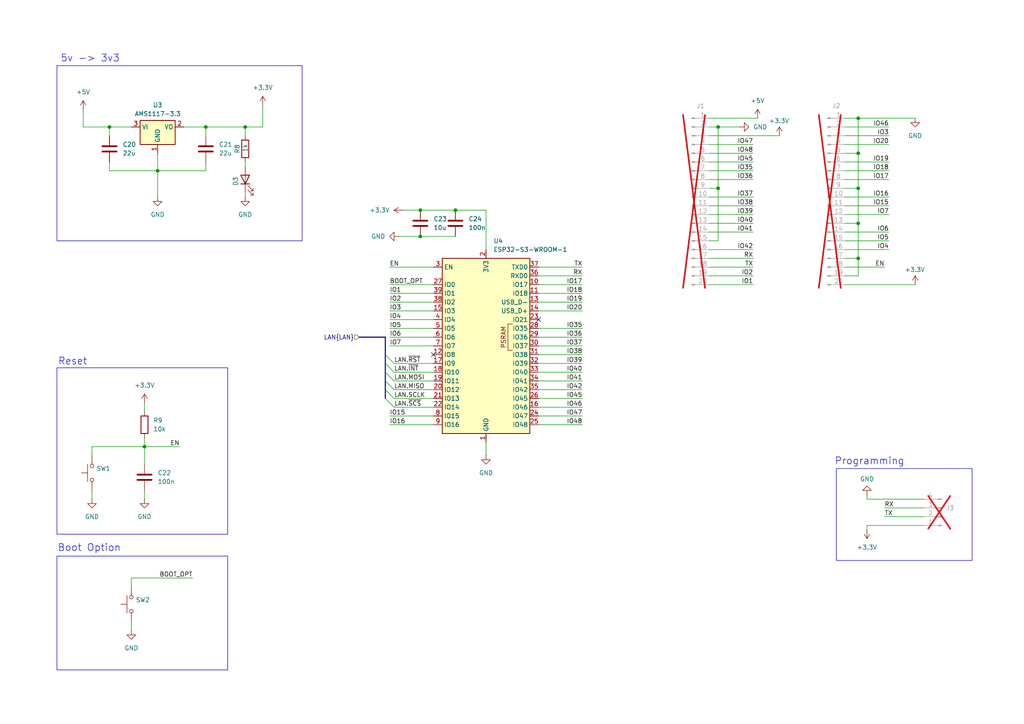
<source format=kicad_sch>
(kicad_sch (version 20250114) (generator "eeschema") (generator_version "9.0")
  (paper "A4")
  (lib_symbols
    (symbol "Connector:Conn_01x04_Pin" (pin_names (offset 1.016) (hide yes))
      (property "Reference" "J" (at 0 5.08 0))
      (property "Value" "Conn_01x04_Pin" (at 0 -7.62 0))
      (symbol "Conn_01x04_Pin_1_1"
        (rectangle (start 0.8636 2.667) (end 0 2.413) (stroke (width 0.1524)) (fill (type outline)))
        (rectangle (start 0.8636 0.127) (end 0 -0.127) (stroke (width 0.1524)) (fill (type outline)))
        (rectangle (start 0.8636 -2.413) (end 0 -2.667) (stroke (width 0.1524)) (fill (type outline)))
        (rectangle (start 0.8636 -4.953) (end 0 -5.207) (stroke (width 0.1524)) (fill (type outline)))
        (polyline (pts (xy 1.27 2.54) (xy 0.8636 2.54)) (stroke (width 0.1524)))
        (polyline (pts (xy 1.27 0) (xy 0.8636 0)) (stroke (width 0.1524)))
        (polyline (pts (xy 1.27 -2.54) (xy 0.8636 -2.54)) (stroke (width 0.1524)))
        (polyline (pts (xy 1.27 -5.08) (xy 0.8636 -5.08)) (stroke (width 0.1524)))
        (pin passive line (at 5.08 2.54 180) (length 3.81) (name "Pin_1") (number "1"))
        (pin passive line (at 5.08 0 180) (length 3.81) (name "Pin_2") (number "2"))
        (pin passive line (at 5.08 -2.54 180) (length 3.81) (name "Pin_3") (number "3"))
        (pin passive line (at 5.08 -5.08 180) (length 3.81) (name "Pin_4") (number "4"))
      )
    )
    (symbol "Connector:Conn_01x20_Pin" (pin_names (offset 1.016) (hide yes))
      (property "Reference" "J" (at 0 25.4 0))
      (property "Value" "Conn_01x20_Pin" (at 0 -27.94 0))
      (symbol "Conn_01x20_Pin_1_1"
        (rectangle (start 0.8636 22.987) (end 0 22.733) (stroke (width 0.1524)) (fill (type outline)))
        (rectangle (start 0.8636 20.447) (end 0 20.193) (stroke (width 0.1524)) (fill (type outline)))
        (rectangle (start 0.8636 17.907) (end 0 17.653) (stroke (width 0.1524)) (fill (type outline)))
        (rectangle (start 0.8636 15.367) (end 0 15.113) (stroke (width 0.1524)) (fill (type outline)))
        (rectangle (start 0.8636 12.827) (end 0 12.573) (stroke (width 0.1524)) (fill (type outline)))
        (rectangle (start 0.8636 10.287) (end 0 10.033) (stroke (width 0.1524)) (fill (type outline)))
        (rectangle (start 0.8636 7.747) (end 0 7.493) (stroke (width 0.1524)) (fill (type outline)))
        (rectangle (start 0.8636 5.207) (end 0 4.953) (stroke (width 0.1524)) (fill (type outline)))
        (rectangle (start 0.8636 2.667) (end 0 2.413) (stroke (width 0.1524)) (fill (type outline)))
        (rectangle (start 0.8636 0.127) (end 0 -0.127) (stroke (width 0.1524)) (fill (type outline)))
        (rectangle (start 0.8636 -2.413) (end 0 -2.667) (stroke (width 0.1524)) (fill (type outline)))
        (rectangle (start 0.8636 -4.953) (end 0 -5.207) (stroke (width 0.1524)) (fill (type outline)))
        (rectangle (start 0.8636 -7.493) (end 0 -7.747) (stroke (width 0.1524)) (fill (type outline)))
        (rectangle (start 0.8636 -10.033) (end 0 -10.287) (stroke (width 0.1524)) (fill (type outline)))
        (rectangle (start 0.8636 -12.573) (end 0 -12.827) (stroke (width 0.1524)) (fill (type outline)))
        (rectangle (start 0.8636 -15.113) (end 0 -15.367) (stroke (width 0.1524)) (fill (type outline)))
        (rectangle (start 0.8636 -17.653) (end 0 -17.907) (stroke (width 0.1524)) (fill (type outline)))
        (rectangle (start 0.8636 -20.193) (end 0 -20.447) (stroke (width 0.1524)) (fill (type outline)))
        (rectangle (start 0.8636 -22.733) (end 0 -22.987) (stroke (width 0.1524)) (fill (type outline)))
        (rectangle (start 0.8636 -25.273) (end 0 -25.527) (stroke (width 0.1524)) (fill (type outline)))
        (polyline (pts (xy 1.27 22.86) (xy 0.8636 22.86)) (stroke (width 0.1524)))
        (polyline (pts (xy 1.27 20.32) (xy 0.8636 20.32)) (stroke (width 0.1524)))
        (polyline (pts (xy 1.27 17.78) (xy 0.8636 17.78)) (stroke (width 0.1524)))
        (polyline (pts (xy 1.27 15.24) (xy 0.8636 15.24)) (stroke (width 0.1524)))
        (polyline (pts (xy 1.27 12.7) (xy 0.8636 12.7)) (stroke (width 0.1524)))
        (polyline (pts (xy 1.27 10.16) (xy 0.8636 10.16)) (stroke (width 0.1524)))
        (polyline (pts (xy 1.27 7.62) (xy 0.8636 7.62)) (stroke (width 0.1524)))
        (polyline (pts (xy 1.27 5.08) (xy 0.8636 5.08)) (stroke (width 0.1524)))
        (polyline (pts (xy 1.27 2.54) (xy 0.8636 2.54)) (stroke (width 0.1524)))
        (polyline (pts (xy 1.27 0) (xy 0.8636 0)) (stroke (width 0.1524)))
        (polyline (pts (xy 1.27 -2.54) (xy 0.8636 -2.54)) (stroke (width 0.1524)))
        (polyline (pts (xy 1.27 -5.08) (xy 0.8636 -5.08)) (stroke (width 0.1524)))
        (polyline (pts (xy 1.27 -7.62) (xy 0.8636 -7.62)) (stroke (width 0.1524)))
        (polyline (pts (xy 1.27 -10.16) (xy 0.8636 -10.16)) (stroke (width 0.1524)))
        (polyline (pts (xy 1.27 -12.7) (xy 0.8636 -12.7)) (stroke (width 0.1524)))
        (polyline (pts (xy 1.27 -15.24) (xy 0.8636 -15.24)) (stroke (width 0.1524)))
        (polyline (pts (xy 1.27 -17.78) (xy 0.8636 -17.78)) (stroke (width 0.1524)))
        (polyline (pts (xy 1.27 -20.32) (xy 0.8636 -20.32)) (stroke (width 0.1524)))
        (polyline (pts (xy 1.27 -22.86) (xy 0.8636 -22.86)) (stroke (width 0.1524)))
        (polyline (pts (xy 1.27 -25.4) (xy 0.8636 -25.4)) (stroke (width 0.1524)))
        (pin passive line (at 5.08 22.86 180) (length 3.81) (name "Pin_1") (number "1"))
        (pin passive line (at 5.08 20.32 180) (length 3.81) (name "Pin_2") (number "2"))
        (pin passive line (at 5.08 17.78 180) (length 3.81) (name "Pin_3") (number "3"))
        (pin passive line (at 5.08 15.24 180) (length 3.81) (name "Pin_4") (number "4"))
        (pin passive line (at 5.08 12.7 180) (length 3.81) (name "Pin_5") (number "5"))
        (pin passive line (at 5.08 10.16 180) (length 3.81) (name "Pin_6") (number "6"))
        (pin passive line (at 5.08 7.62 180) (length 3.81) (name "Pin_7") (number "7"))
        (pin passive line (at 5.08 5.08 180) (length 3.81) (name "Pin_8") (number "8"))
        (pin passive line (at 5.08 2.54 180) (length 3.81) (name "Pin_9") (number "9"))
        (pin passive line (at 5.08 0 180) (length 3.81) (name "Pin_10") (number "10"))
        (pin passive line (at 5.08 -2.54 180) (length 3.81) (name "Pin_11") (number "11"))
        (pin passive line (at 5.08 -5.08 180) (length 3.81) (name "Pin_12") (number "12"))
        (pin passive line (at 5.08 -7.62 180) (length 3.81) (name "Pin_13") (number "13"))
        (pin passive line (at 5.08 -10.16 180) (length 3.81) (name "Pin_14") (number "14"))
        (pin passive line (at 5.08 -12.7 180) (length 3.81) (name "Pin_15") (number "15"))
        (pin passive line (at 5.08 -15.24 180) (length 3.81) (name "Pin_16") (number "16"))
        (pin passive line (at 5.08 -17.78 180) (length 3.81) (name "Pin_17") (number "17"))
        (pin passive line (at 5.08 -20.32 180) (length 3.81) (name "Pin_18") (number "18"))
        (pin passive line (at 5.08 -22.86 180) (length 3.81) (name "Pin_19") (number "19"))
        (pin passive line (at 5.08 -25.4 180) (length 3.81) (name "Pin_20") (number "20"))
      )
    )
    (symbol "Device:C" (pin_numbers (hide yes)) (pin_names (offset 0.254))
      (property "Reference" "C" (at 0.635 2.54 0))
      (property "Value" "C" (at 0.635 -2.54 0))
      (symbol "C_0_1"
        (polyline (pts (xy -2.032 0.762) (xy 2.032 0.762)) (stroke (width 0.508)))
        (polyline (pts (xy -2.032 -0.762) (xy 2.032 -0.762)) (stroke (width 0.508)))
      )
      (symbol "C_1_1"
        (pin passive line (at 0 3.81 270) (length 2.794) (name "~") (number "1"))
        (pin passive line (at 0 -3.81 90) (length 2.794) (name "~") (number "2"))
      )
    )
    (symbol "Device:R" (pin_numbers (hide yes)) (pin_names (offset 0))
      (property "Reference" "R" (at 2.032 0 90))
      (property "Value" "R" (at 0 0 90))
      (symbol "R_0_1"
        (rectangle (start -1.016 -2.54) (end 1.016 2.54) (stroke (width 0.254)))
      )
      (symbol "R_1_1"
        (pin passive line (at 0 3.81 270) (length 1.27) (name "~") (number "1"))
        (pin passive line (at 0 -3.81 90) (length 1.27) (name "~") (number "2"))
      )
    )
    (symbol "GND_2" (power) (pin_numbers (hide yes)) (pin_names (offset 0) (hide yes))
      (property "Value" "GND" (at 0 -3.81 0))
      (symbol "GND_2_0_1"
        (polyline (pts (xy 0 0) (xy 0 -1.27) (xy 1.27 -1.27) (xy 0 -2.54) (xy -1.27 -1.27) (xy 0 -1.27)))
      )
      (symbol "GND_2_1_1"
        (pin power_in line (at 0 0 270) (length 0) (name "~") (number "1"))
      )
    )
    (symbol "HomeLabIO:LED" (pin_numbers (hide yes)) (pin_names (hide yes))
      (property "Reference" "D" (at 0 2.54 0))
      (property "Value" "LED" (at 0 -2.54 0))
      (symbol "LED_0_1"
        (polyline (pts (xy -3.048 -0.762) (xy -4.572 -2.286) (xy -3.81 -2.286) (xy -4.572 -2.286) (xy -4.572 -1.524)))
        (polyline (pts (xy -1.778 -0.762) (xy -3.302 -2.286) (xy -2.54 -2.286) (xy -3.302 -2.286) (xy -3.302 -1.524)))
        (polyline (pts (xy -1.27 0) (xy 1.27 0)))
        (polyline (pts (xy -1.27 -1.27) (xy -1.27 1.27)) (stroke (width 0.254)))
        (polyline (pts (xy 1.27 -1.27) (xy 1.27 1.27) (xy -1.27 0) (xy 1.27 -1.27)) (stroke (width 0.254)))
      )
      (symbol "LED_1_1"
        (pin passive line (at -3.81 0 0) (length 2.54) (name "K") (number "1"))
        (pin passive line (at 3.81 0 180) (length 2.54) (name "A") (number "2"))
      )
    )
    (symbol "HomeLabIO:R" (pin_numbers (hide yes)) (pin_names (offset 0))
      (property "Reference" "R" (at 2.032 0 90))
      (property "Value" "R" (at 0 0 90))
      (symbol "R_0_1"
        (rectangle (start -1.016 -2.54) (end 1.016 2.54) (stroke (width 0.254)))
      )
      (symbol "R_1_1"
        (pin passive line (at 0 3.81 270) (length 1.27) (name "~") (number "1"))
        (pin passive line (at 0 -3.81 90) (length 1.27) (name "~") (number "2"))
      )
    )
    (symbol "RF_Module:ESP32-S3-WROOM-1"
      (property "Reference" "U" (at -12.7 26.67 0))
      (property "Value" "ESP32-S3-WROOM-1" (at 12.7 26.67 0))
      (symbol "ESP32-S3-WROOM-1_0_0"
        (rectangle (start -12.7 25.4) (end 12.7 -25.4) (stroke (width 0.254)) (fill (type background)))
        (text "PSRAM" (at 5.08 2.54 900) (effects (font (size 1.27 1.27))))
      )
      (symbol "ESP32-S3-WROOM-1_0_1"
        (polyline (pts (xy 7.62 -1.27) (xy 6.35 -1.27) (xy 6.35 6.35) (xy 7.62 6.35)))
      )
      (symbol "ESP32-S3-WROOM-1_1_1"
        (pin input line (at -15.24 22.86 0) (length 2.54) (name "EN") (number "3"))
        (pin bidirectional line (at -15.24 17.78 0) (length 2.54) (name "IO0") (number "27"))
        (pin bidirectional line (at -15.24 15.24 0) (length 2.54) (name "IO1") (number "39"))
        (pin bidirectional line (at -15.24 12.7 0) (length 2.54) (name "IO2") (number "38"))
        (pin bidirectional line (at -15.24 10.16 0) (length 2.54) (name "IO3") (number "15"))
        (pin bidirectional line (at -15.24 7.62 0) (length 2.54) (name "IO4") (number "4"))
        (pin bidirectional line (at -15.24 5.08 0) (length 2.54) (name "IO5") (number "5"))
        (pin bidirectional line (at -15.24 2.54 0) (length 2.54) (name "IO6") (number "6"))
        (pin bidirectional line (at -15.24 0 0) (length 2.54) (name "IO7") (number "7"))
        (pin bidirectional line (at -15.24 -2.54 0) (length 2.54) (name "IO8") (number "12"))
        (pin bidirectional line (at -15.24 -5.08 0) (length 2.54) (name "IO9") (number "17"))
        (pin bidirectional line (at -15.24 -7.62 0) (length 2.54) (name "IO10") (number "18"))
        (pin bidirectional line (at -15.24 -10.16 0) (length 2.54) (name "IO11") (number "19"))
        (pin bidirectional line (at -15.24 -12.7 0) (length 2.54) (name "IO12") (number "20"))
        (pin bidirectional line (at -15.24 -15.24 0) (length 2.54) (name "IO13") (number "21"))
        (pin bidirectional line (at -15.24 -17.78 0) (length 2.54) (name "IO14") (number "22"))
        (pin bidirectional line (at -15.24 -20.32 0) (length 2.54) (name "IO15") (number "8"))
        (pin bidirectional line (at -15.24 -22.86 0) (length 2.54) (name "IO16") (number "9"))
        (pin power_in line (at 0 27.94 270) (length 2.54) (name "3V3") (number "2"))
        (pin power_in line (at 0 -27.94 90) (length 2.54) (name "GND") (number "1"))
        (pin passive line (at 0 -27.94 90) (length 2.54) (hide yes) (name "GND") (number "40"))
        (pin passive line (at 0 -27.94 90) (length 2.54) (hide yes) (name "GND") (number "41"))
        (pin bidirectional line (at 15.24 22.86 180) (length 2.54) (name "TXD0") (number "37"))
        (pin bidirectional line (at 15.24 20.32 180) (length 2.54) (name "RXD0") (number "36"))
        (pin bidirectional line (at 15.24 17.78 180) (length 2.54) (name "IO17") (number "10"))
        (pin bidirectional line (at 15.24 15.24 180) (length 2.54) (name "IO18") (number "11"))
        (pin bidirectional line (at 15.24 12.7 180) (length 2.54) (name "USB_D-") (number "13"))
        (pin bidirectional line (at 15.24 10.16 180) (length 2.54) (name "USB_D+") (number "14"))
        (pin bidirectional line (at 15.24 7.62 180) (length 2.54) (name "IO21") (number "23"))
        (pin bidirectional line (at 15.24 5.08 180) (length 2.54) (name "IO35") (number "28"))
        (pin bidirectional line (at 15.24 2.54 180) (length 2.54) (name "IO36") (number "29"))
        (pin bidirectional line (at 15.24 0 180) (length 2.54) (name "IO37") (number "30"))
        (pin bidirectional line (at 15.24 -2.54 180) (length 2.54) (name "IO38") (number "31"))
        (pin bidirectional line (at 15.24 -5.08 180) (length 2.54) (name "IO39") (number "32"))
        (pin bidirectional line (at 15.24 -7.62 180) (length 2.54) (name "IO40") (number "33"))
        (pin bidirectional line (at 15.24 -10.16 180) (length 2.54) (name "IO41") (number "34"))
        (pin bidirectional line (at 15.24 -12.7 180) (length 2.54) (name "IO42") (number "35"))
        (pin bidirectional line (at 15.24 -15.24 180) (length 2.54) (name "IO45") (number "26"))
        (pin bidirectional line (at 15.24 -17.78 180) (length 2.54) (name "IO46") (number "16"))
        (pin bidirectional line (at 15.24 -20.32 180) (length 2.54) (name "IO47") (number "24"))
        (pin bidirectional line (at 15.24 -22.86 180) (length 2.54) (name "IO48") (number "25"))
      )
    )
    (symbol "Regulator_Linear:AMS1117-3.3"
      (property "Reference" "U" (at -3.81 3.175 0))
      (property "Value" "AMS1117-3.3" (at 0 3.175 0))
      (symbol "AMS1117-3.3_0_1"
        (rectangle (start -5.08 -5.08) (end 5.08 1.905) (stroke (width 0.254)) (fill (type background)))
      )
      (symbol "AMS1117-3.3_1_1"
        (pin power_in line (at -7.62 0 0) (length 2.54) (name "VI") (number "3"))
        (pin power_in line (at 0 -7.62 90) (length 2.54) (name "GND") (number "1"))
        (pin power_out line (at 7.62 0 180) (length 2.54) (name "VO") (number "2"))
      )
    )
    (symbol "Switch:SW_Push" (pin_numbers (hide yes)) (pin_names (offset 1.016) (hide yes))
      (property "Reference" "SW" (at 1.27 2.54 0))
      (property "Value" "SW_Push" (at 0 -1.524 0))
      (symbol "SW_Push_0_1"
        (circle (center -2.032 0) (radius 0.508))
        (polyline (pts (xy 0 1.27) (xy 0 3.048)))
        (circle (center 2.032 0) (radius 0.508))
        (polyline (pts (xy 2.54 1.27) (xy -2.54 1.27)))
        (pin passive line (at -5.08 0 0) (length 2.54) (name "1") (number "1"))
        (pin passive line (at 5.08 0 180) (length 2.54) (name "2") (number "2"))
      )
    )
    (symbol "power:+3.3V" (power) (pin_numbers (hide yes)) (pin_names (offset 0) (hide yes))
      (property "Value" "+3.3V" (at 0 3.556 0))
      (symbol "+3.3V_0_1"
        (polyline (pts (xy -0.762 1.27) (xy 0 2.54)))
        (polyline (pts (xy 0 2.54) (xy 0.762 1.27)))
        (polyline (pts (xy 0 0) (xy 0 2.54)))
      )
      (symbol "+3.3V_1_1"
        (pin power_in line (at 0 0 90) (length 0) (name "~") (number "1"))
      )
    )
    (symbol "power:+5V" (power) (pin_numbers (hide yes)) (pin_names (offset 0) (hide yes))
      (property "Value" "+5V" (at 0 3.556 0))
      (symbol "+5V_0_1"
        (polyline (pts (xy -0.762 1.27) (xy 0 2.54)))
        (polyline (pts (xy 0 2.54) (xy 0.762 1.27)))
        (polyline (pts (xy 0 0) (xy 0 2.54)))
      )
      (symbol "+5V_1_1"
        (pin power_in line (at 0 0 90) (length 0) (name "~") (number "1"))
      )
    )
    (symbol "power:GND" (power) (pin_numbers (hide yes)) (pin_names (offset 0) (hide yes))
      (property "Value" "GND" (at 0 -3.81 0))
      (symbol "GND_0_1"
        (polyline (pts (xy 0 0) (xy 0 -1.27) (xy 1.27 -1.27) (xy 0 -2.54) (xy -1.27 -1.27) (xy 0 -1.27)))
      )
      (symbol "GND_1_1"
        (pin power_in line (at 0 0 270) (length 0) (name "~") (number "1"))
      )
    )
  )
  (rectangle (start 16.51 161.29) (end 66.04 194.31))
  (rectangle (start 242.57 135.89) (end 281.94 162.56))
  (rectangle (start 16.51 19.05) (end 87.63 69.85))
  (rectangle (start 16.51 106.68) (end 66.04 154.94))
  (text "Reset" (at 21.082 104.902 0) (effects (font (size 2.032 2.032))))
  (text "5v -> 3v3" (at 26.162 17.018 0) (effects (font (size 2.032 2.032))))
  (text "Programming" (at 252.222 133.858 0) (effects (font (size 2.032 2.032))))
  (text "Boot Option" (at 25.908 159.004 0) (effects (font (size 2.032 2.032))))
  (junction (at 248.92 74.93))
  (junction (at 208.28 36.83))
  (junction (at 59.69 36.83))
  (junction (at 208.28 54.61))
  (junction (at 41.91 129.54))
  (junction (at 121.92 68.58))
  (junction (at 71.12 36.83))
  (junction (at 248.92 34.29))
  (junction (at 248.92 44.45))
  (junction (at 132.08 60.96))
  (junction (at 248.92 64.77))
  (junction (at 31.75 36.83))
  (junction (at 248.92 54.61))
  (junction (at 121.92 60.96))
  (junction (at 45.72 49.53))
  (no_connect (at 156.21 92.71))
  (no_connect (at 125.73 102.87))
  (bus_entry (at 111.76 107.95) (size 2.54 2.54))
  (bus_entry (at 111.76 102.87) (size 2.54 2.54))
  (bus_entry (at 111.76 113.03) (size 2.54 2.54))
  (bus_entry (at 111.76 105.41) (size 2.54 2.54))
  (bus_entry (at 111.76 115.57) (size 2.54 2.54))
  (bus_entry (at 111.76 110.49) (size 2.54 2.54))
  (wire (pts (xy 41.91 127) (xy 41.91 129.54)))
  (wire (pts (xy 113.03 82.55) (xy 125.73 82.55)))
  (wire (pts (xy 24.13 31.75) (xy 24.13 36.83)))
  (wire (pts (xy 205.74 34.29) (xy 219.71 34.29)))
  (wire (pts (xy 257.81 72.39) (xy 245.11 72.39)))
  (wire (pts (xy 41.91 129.54) (xy 52.07 129.54)))
  (wire (pts (xy 218.44 80.01) (xy 205.74 80.01)))
  (wire (pts (xy 245.11 44.45) (xy 248.92 44.45)))
  (wire (pts (xy 156.21 77.47) (xy 168.91 77.47)))
  (wire (pts (xy 31.75 36.83) (xy 38.1 36.83)))
  (wire (pts (xy 156.21 123.19) (xy 168.91 123.19)))
  (wire (pts (xy 26.67 129.54) (xy 41.91 129.54)))
  (wire (pts (xy 38.1 180.34) (xy 38.1 182.88)))
  (wire (pts (xy 26.67 142.24) (xy 26.67 144.78)))
  (wire (pts (xy 248.92 64.77) (xy 248.92 54.61)))
  (wire (pts (xy 205.74 36.83) (xy 208.28 36.83)))
  (wire (pts (xy 245.11 82.55) (xy 265.43 82.55)))
  (wire (pts (xy 71.12 55.88) (xy 71.12 57.15)))
  (wire (pts (xy 113.03 85.09) (xy 125.73 85.09)))
  (wire (pts (xy 205.74 69.85) (xy 208.28 69.85)))
  (wire (pts (xy 114.3 115.57) (xy 125.73 115.57)))
  (wire (pts (xy 245.11 46.99) (xy 257.81 46.99)))
  (wire (pts (xy 205.74 62.23) (xy 218.44 62.23)))
  (wire (pts (xy 59.69 36.83) (xy 71.12 36.83)))
  (wire (pts (xy 245.11 34.29) (xy 248.92 34.29)))
  (wire (pts (xy 121.92 68.58) (xy 132.08 68.58)))
  (wire (pts (xy 156.21 113.03) (xy 168.91 113.03)))
  (wire (pts (xy 41.91 142.24) (xy 41.91 144.78)))
  (wire (pts (xy 205.74 64.77) (xy 218.44 64.77)))
  (wire (pts (xy 205.74 74.93) (xy 218.44 74.93)))
  (wire (pts (xy 251.46 144.78) (xy 267.97 144.78)))
  (wire (pts (xy 156.21 87.63) (xy 168.91 87.63)))
  (wire (pts (xy 205.74 72.39) (xy 218.44 72.39)))
  (wire (pts (xy 24.13 36.83) (xy 31.75 36.83)))
  (wire (pts (xy 76.2 36.83) (xy 76.2 30.48)))
  (wire (pts (xy 256.54 147.32) (xy 267.97 147.32)))
  (wire (pts (xy 257.81 69.85) (xy 245.11 69.85)))
  (wire (pts (xy 156.21 110.49) (xy 168.91 110.49)))
  (wire (pts (xy 113.03 95.25) (xy 125.73 95.25)))
  (wire (pts (xy 113.03 120.65) (xy 125.73 120.65)))
  (wire (pts (xy 59.69 36.83) (xy 59.69 39.37)))
  (wire (pts (xy 156.21 115.57) (xy 168.91 115.57)))
  (wire (pts (xy 156.21 105.41) (xy 168.91 105.41)))
  (wire (pts (xy 156.21 82.55) (xy 168.91 82.55)))
  (wire (pts (xy 257.81 59.69) (xy 245.11 59.69)))
  (wire (pts (xy 251.46 152.4) (xy 267.97 152.4)))
  (wire (pts (xy 116.84 60.96) (xy 121.92 60.96)))
  (wire (pts (xy 257.81 39.37) (xy 245.11 39.37)))
  (wire (pts (xy 45.72 49.53) (xy 45.72 57.15)))
  (wire (pts (xy 121.92 60.96) (xy 132.08 60.96)))
  (wire (pts (xy 208.28 54.61) (xy 208.28 69.85)))
  (wire (pts (xy 205.74 57.15) (xy 218.44 57.15)))
  (wire (pts (xy 245.11 52.07) (xy 257.81 52.07)))
  (wire (pts (xy 156.21 100.33) (xy 168.91 100.33)))
  (wire (pts (xy 156.21 120.65) (xy 168.91 120.65)))
  (wire (pts (xy 71.12 48.26) (xy 71.12 46.99)))
  (wire (pts (xy 113.03 97.79) (xy 125.73 97.79)))
  (wire (pts (xy 205.74 77.47) (xy 218.44 77.47)))
  (wire (pts (xy 156.21 90.17) (xy 168.91 90.17)))
  (wire (pts (xy 248.92 44.45) (xy 248.92 34.29)))
  (wire (pts (xy 113.03 100.33) (xy 125.73 100.33)))
  (wire (pts (xy 205.74 41.91) (xy 218.44 41.91)))
  (wire (pts (xy 156.21 102.87) (xy 168.91 102.87)))
  (wire (pts (xy 71.12 36.83) (xy 76.2 36.83)))
  (wire (pts (xy 205.74 44.45) (xy 218.44 44.45)))
  (bus (pts (xy 111.76 113.03) (xy 111.76 115.57)))
  (wire (pts (xy 114.3 110.49) (xy 125.73 110.49)))
  (wire (pts (xy 257.81 62.23) (xy 245.11 62.23)))
  (wire (pts (xy 132.08 60.96) (xy 140.97 60.96)))
  (wire (pts (xy 71.12 36.83) (xy 71.12 39.37)))
  (wire (pts (xy 59.69 46.99) (xy 59.69 49.53)))
  (wire (pts (xy 205.74 49.53) (xy 218.44 49.53)))
  (wire (pts (xy 140.97 60.96) (xy 140.97 72.39)))
  (wire (pts (xy 125.73 105.41) (xy 114.3 105.41)))
  (bus (pts (xy 111.76 102.87) (xy 111.76 105.41)))
  (wire (pts (xy 257.81 67.31) (xy 245.11 67.31)))
  (wire (pts (xy 256.54 149.86) (xy 267.97 149.86)))
  (wire (pts (xy 156.21 95.25) (xy 168.91 95.25)))
  (wire (pts (xy 245.11 64.77) (xy 248.92 64.77)))
  (wire (pts (xy 156.21 85.09) (xy 168.91 85.09)))
  (wire (pts (xy 113.03 123.19) (xy 125.73 123.19)))
  (wire (pts (xy 245.11 74.93) (xy 248.92 74.93)))
  (wire (pts (xy 248.92 54.61) (xy 248.92 44.45)))
  (wire (pts (xy 205.74 67.31) (xy 218.44 67.31)))
  (bus (pts (xy 111.76 105.41) (xy 111.76 107.95)))
  (wire (pts (xy 245.11 41.91) (xy 257.81 41.91)))
  (wire (pts (xy 156.21 97.79) (xy 168.91 97.79)))
  (wire (pts (xy 115.57 68.58) (xy 121.92 68.58)))
  (wire (pts (xy 113.03 92.71) (xy 125.73 92.71)))
  (wire (pts (xy 245.11 54.61) (xy 248.92 54.61)))
  (wire (pts (xy 41.91 116.84) (xy 41.91 119.38)))
  (wire (pts (xy 205.74 39.37) (xy 226.06 39.37)))
  (wire (pts (xy 156.21 107.95) (xy 168.91 107.95)))
  (wire (pts (xy 205.74 59.69) (xy 218.44 59.69)))
  (wire (pts (xy 113.03 90.17) (xy 125.73 90.17)))
  (bus (pts (xy 111.76 107.95) (xy 111.76 110.49)))
  (wire (pts (xy 26.67 129.54) (xy 26.67 132.08)))
  (wire (pts (xy 205.74 54.61) (xy 208.28 54.61)))
  (wire (pts (xy 38.1 167.64) (xy 38.1 170.18)))
  (wire (pts (xy 205.74 46.99) (xy 218.44 46.99)))
  (wire (pts (xy 31.75 46.99) (xy 31.75 49.53)))
  (wire (pts (xy 248.92 34.29) (xy 265.43 34.29)))
  (wire (pts (xy 245.11 77.47) (xy 256.54 77.47)))
  (wire (pts (xy 114.3 113.03) (xy 125.73 113.03)))
  (wire (pts (xy 245.11 49.53) (xy 257.81 49.53)))
  (wire (pts (xy 245.11 80.01) (xy 248.92 80.01)))
  (wire (pts (xy 140.97 128.27) (xy 140.97 132.08)))
  (wire (pts (xy 257.81 57.15) (xy 245.11 57.15)))
  (wire (pts (xy 208.28 36.83) (xy 208.28 54.61)))
  (wire (pts (xy 38.1 167.64) (xy 55.88 167.64)))
  (wire (pts (xy 156.21 80.01) (xy 168.91 80.01)))
  (wire (pts (xy 53.34 36.83) (xy 59.69 36.83)))
  (wire (pts (xy 248.92 74.93) (xy 248.92 64.77)))
  (bus (pts (xy 111.76 97.79) (xy 111.76 102.87)))
  (wire (pts (xy 251.46 143.51) (xy 251.46 144.78)))
  (wire (pts (xy 156.21 118.11) (xy 168.91 118.11)))
  (wire (pts (xy 114.3 107.95) (xy 125.73 107.95)))
  (wire (pts (xy 31.75 36.83) (xy 31.75 39.37)))
  (wire (pts (xy 114.3 118.11) (xy 125.73 118.11)))
  (wire (pts (xy 31.75 49.53) (xy 45.72 49.53)))
  (bus (pts (xy 111.76 110.49) (xy 111.76 113.03)))
  (wire (pts (xy 205.74 52.07) (xy 218.44 52.07)))
  (wire (pts (xy 248.92 80.01) (xy 248.92 74.93)))
  (wire (pts (xy 113.03 87.63) (xy 125.73 87.63)))
  (wire (pts (xy 45.72 44.45) (xy 45.72 49.53)))
  (wire (pts (xy 113.03 77.47) (xy 125.73 77.47)))
  (wire (pts (xy 208.28 36.83) (xy 214.63 36.83)))
  (wire (pts (xy 218.44 82.55) (xy 205.74 82.55)))
  (wire (pts (xy 245.11 36.83) (xy 257.81 36.83)))
  (bus (pts (xy 111.76 97.79) (xy 104.14 97.79)))
  (wire (pts (xy 41.91 129.54) (xy 41.91 134.62)))
  (wire (pts (xy 251.46 152.4) (xy 251.46 153.67)))
  (wire (pts (xy 45.72 49.53) (xy 59.69 49.53)))
  (label "LAN.~{SCS}" (at 114.3 118.11 0))
  (label "IO6" (at 257.81 67.31 180))
  (label "IO15" (at 257.81 59.69 180))
  (label "IO20" (at 168.91 90.17 180))
  (label "IO2" (at 113.03 87.63 0))
  (label "IO40" (at 218.44 64.77 180))
  (label "IO41" (at 218.44 67.31 180))
  (label "IO6" (at 113.03 97.79 0))
  (label "IO1" (at 218.44 82.55 180))
  (label "IO46" (at 168.91 118.11 180))
  (label "IO38" (at 168.91 102.87 180))
  (label "TX" (at 256.54 149.86 0))
  (label "IO47" (at 168.91 120.65 180))
  (label "IO35" (at 218.44 49.53 180))
  (label "RX" (at 168.91 80.01 180))
  (label "LAN.~{RST}" (at 114.3 105.41 0))
  (label "IO38" (at 218.44 59.69 180))
  (label "IO4" (at 257.81 72.39 180))
  (label "IO37" (at 168.91 100.33 180))
  (label "IO48" (at 168.91 123.19 180))
  (label "IO19" (at 257.81 46.99 180))
  (label "LAN.MOSI" (at 114.3 110.49 0))
  (label "IO4" (at 113.03 92.71 0))
  (label "IO17" (at 168.91 82.55 180))
  (label "IO7" (at 257.81 62.23 180))
  (label "IO48" (at 218.44 44.45 180))
  (label "IO37" (at 218.44 57.15 180))
  (label "IO17" (at 257.81 52.07 180))
  (label "BOOT_OPT" (at 55.88 167.64 180))
  (label "IO45" (at 168.91 115.57 180))
  (label "IO2" (at 218.44 80.01 180))
  (label "EN" (at 113.03 77.47 0))
  (label "IO18" (at 257.81 49.53 180))
  (label "IO1" (at 113.03 85.09 0))
  (label "RX" (at 218.44 74.93 180))
  (label "IO41" (at 168.91 110.49 180))
  (label "IO20" (at 257.81 41.91 180))
  (label "TX" (at 168.91 77.47 180))
  (label "IO18" (at 168.91 85.09 180))
  (label "IO36" (at 168.91 97.79 180))
  (label "IO39" (at 168.91 105.41 180))
  (label "LAN.MISO" (at 114.3 113.03 0))
  (label "IO47" (at 218.44 41.91 180))
  (label "RX" (at 256.54 147.32 0))
  (label "IO46" (at 257.81 36.83 180))
  (label "IO40" (at 168.91 107.95 180))
  (label "IO35" (at 168.91 95.25 180))
  (label "IO42" (at 218.44 72.39 180))
  (label "EN" (at 256.54 77.47 180))
  (label "IO7" (at 113.03 100.33 0))
  (label "IO45" (at 218.44 46.99 180))
  (label "IO16" (at 113.03 123.19 0))
  (label "IO5" (at 113.03 95.25 0))
  (label "IO19" (at 168.91 87.63 180))
  (label "IO36" (at 218.44 52.07 180))
  (label "LAN.SCLK" (at 114.3 115.57 0))
  (label "IO16" (at 257.81 57.15 180))
  (label "EN" (at 52.07 129.54 180))
  (label "LAN.~{INT}" (at 114.3 107.95 0))
  (label "IO42" (at 168.91 113.03 180))
  (label "BOOT_OPT" (at 113.03 82.55 0))
  (label "IO3" (at 257.81 39.37 180))
  (label "IO3" (at 113.03 90.17 0))
  (label "TX" (at 218.44 77.47 180))
  (label "IO5" (at 257.81 69.85 180))
  (label "IO15" (at 113.03 120.65 0))
  (label "IO39" (at 218.44 62.23 180))
  (hierarchical_label "LAN{LAN}" (shape input) (at 104.14 97.79 180))
  (symbol (lib_id "power:+3.3V") (at 265.43 82.55 0) (unit 1)
    (property "Reference" "#PWR036" (effects (hide yes)))
    (property "Value" "+3.3V" (at 262.382 78.232 0) (effects (justify left)))
    (property "Description" "Power symbol creates a global label with name \"+3.3V\"" (effects (hide yes)))
  )
  (symbol (lib_id "Device:C") (at 132.08 64.77 0) (unit 1)
    (property "Reference" "C24" (at 135.89 63.4999 0) (effects (justify left)))
    (property "Value" "100n" (at 135.89 66.0399 0) (effects (justify left)))
    (property "Footprint" "Capacitor_SMD:C_0603_1608Metric" (effects (hide yes)))
    (property "Datasheet" "https://www.lcsc.com/datasheet/lcsc_datasheet_2304140030_Samsung-Electro-Mechanics-CL10B104KB8NNNC_C1591.pdf" (effects (hide yes)))
    (property "Description" "50V 100nF X7R ±10% 0603 Multilayer Ceramic Capacitors MLCC - SMD/SMT ROHS" (effects (hide yes)))
    (property "Manufacturer" "Samsung Electro-Mechanics" (effects (hide yes)))
    (property "MPN" "CL10B104KB8NNNC" (effects (hide yes)))
    (property "JLCPCB Part #" "C1591" (effects (hide yes)))
  )
  (symbol (lib_id "power:+3.3V") (at 251.46 153.67 180) (unit 1)
    (property "Reference" "#PWR030" (effects (hide yes)))
    (property "Value" "+3.3V" (at 251.46 158.75 0))
    (property "Description" "Power symbol creates a global label with name \"+3.3V\"" (effects (hide yes)))
  )
  (symbol (lib_id "power:+5V") (at 219.71 34.29 0) (unit 1)
    (property "Reference" "#PWR034" (effects (hide yes)))
    (property "Value" "+5V" (at 219.71 29.21 0))
    (property "Description" "Power symbol creates a global label with name \"+5V\"" (effects (hide yes)))
  )
  (symbol (lib_id "power:GND") (at 45.72 57.15 0) (unit 1)
    (property "Reference" "#PWR021" (effects (hide yes)))
    (property "Value" "GND" (at 45.72 62.23 0))
    (property "Description" "Power symbol creates a global label with name \"GND\" , ground" (effects (hide yes)))
  )
  (symbol (lib_id "Device:C") (at 31.75 43.18 0) (unit 1)
    (property "Reference" "C20" (at 35.56 41.9099 0) (effects (justify left)))
    (property "Value" "22u" (at 35.56 44.4499 0) (effects (justify left)))
    (property "Footprint" "Capacitor_SMD:C_0603_1608Metric" (effects (hide yes)))
    (property "Datasheet" "https://jlcpcb.com/api/file/downloadByFileSystemAccessId/8555544417670705152" (effects (hide yes)))
    (property "Description" "6.3V 22uF X5R ±20% 0603 Multilayer Ceramic Capacitors MLCC - SMD/SMT ROHS" (effects (hide yes)))
    (property "Manufacturer" "Samsung Electro-Mechanics" (effects (hide yes)))
    (property "MPN" "CL10A226MQ8NRNC" (effects (hide yes)))
    (property "JLCPCB Part #" "C59461" (effects (hide yes)))
  )
  (symbol (lib_id "HomeLabIO:LED") (at 71.12 52.07 90) (unit 1)
    (property "Reference" "D3" (at 68.326 52.578 0))
    (property "Value" "LED" (effects (hide yes)))
    (property "Footprint" "LED_SMD:LED_0603_1608Metric" (effects (hide yes)))
    (property "Datasheet" "https://jlcpcb.com/api/file/downloadByFileSystemAccessId/8588884075830513664" (effects (hide yes)))
    (property "Description" "20mA 54mcd Colorless transparent lens -55℃~+85℃ 631nm Red 130° 75mW 2V 0603 LED Indication - Discrete ROHS" (effects (hide yes)))
    (property "MPN" "LTST-C191KRKT" (effects (hide yes)))
    (property "Manufacturer" "Lite-On" (effects (hide yes)))
    (property "JLCPCB Part #" "C125099" (effects (hide yes)))
  )
  (symbol (lib_id "power:+3.3V") (at 116.84 60.96 90) (unit 1)
    (property "Reference" "#PWR027" (effects (hide yes)))
    (property "Value" "+3.3V" (at 113.03 60.9599 90) (effects (justify left)))
    (property "Description" "Power symbol creates a global label with name \"+3.3V\"" (effects (hide yes)))
  )
  (symbol (lib_id "Connector:Conn_01x04_Pin") (at 273.05 149.86 180) (unit 1) (in_bom no) (dnp yes)
    (property "Reference" "J3" (at 274.32 147.3199 0) (effects (justify right)))
    (property "Value" "Conn_01x04_Pin" (effects (hide yes)))
    (property "Footprint" "Connector_PinHeader_2.54mm:PinHeader_1x04_P2.54mm_Vertical" (effects (hide yes)))
    (property "Description" "Generic connector, single row, 01x04, script generated" (effects (hide yes)))
  )
  (symbol (lib_id "power:+3.3V") (at 76.2 30.48 0) (unit 1)
    (property "Reference" "#PWR019" (effects (hide yes)))
    (property "Value" "+3.3V" (at 76.2 25.4 0))
    (property "Description" "Power symbol creates a global label with name \"+3.3V\"" (effects (hide yes)))
  )
  (symbol (lib_id "power:GND") (at 41.91 144.78 0) (unit 1)
    (property "Reference" "#PWR025" (effects (hide yes)))
    (property "Value" "GND" (at 41.91 149.86 0))
    (property "Description" "Power symbol creates a global label with name \"GND\" , ground" (effects (hide yes)))
  )
  (symbol (lib_id "Device:C") (at 121.92 64.77 0) (unit 1)
    (property "Reference" "C23" (at 125.73 63.4999 0) (effects (justify left)))
    (property "Value" "10u" (at 125.73 66.0399 0) (effects (justify left)))
    (property "Footprint" "Capacitor_SMD:C_0603_1608Metric" (effects (hide yes)))
    (property "Datasheet" "https://www.lcsc.com/datasheet/lcsc_datasheet_2304140030_Samsung-Electro-Mechanics-CL10A106MA8NRNC_C96446.pdf" (effects (hide yes)))
    (property "Description" "25V 10uF X5R ±20% 0603 Multilayer Ceramic Capacitors MLCC - SMD/SMT ROHS" (effects (hide yes)))
    (property "Manufacturer" "Samsung Electro-Mechanics" (effects (hide yes)))
    (property "MPN" "CL10A106MA8NRNC" (effects (hide yes)))
    (property "JLCPCB Part #" "C96446" (effects (hide yes)))
  )
  (symbol (lib_id "Regulator_Linear:AMS1117-3.3") (at 45.72 36.83 0) (unit 1)
    (property "Reference" "U3" (at 45.72 30.48 0))
    (property "Value" "AMS1117-3.3" (at 45.72 33.02 0))
    (property "Footprint" "Package_TO_SOT_SMD:SOT-223-3_TabPin2" (effects (hide yes)))
    (property "Datasheet" "http://www.advanced-monolithic.com/pdf/ds1117.pdf" (effects (hide yes)))
    (property "Description" "1A Low Dropout regulator, positive, 3.3V fixed output, SOT-223" (effects (hide yes)))
    (property "Manufacturer" "UMW(Youtai Semiconductor Co., Ltd.)" (effects (hide yes)))
    (property "MPN" "AMS1117-3.3" (effects (hide yes)))
    (property "JLCPCB Part #" "C347222" (effects (hide yes)))
  )
  (symbol (lib_id "power:GND") (at 140.97 132.08 0) (unit 1)
    (property "Reference" "#PWR018" (effects (hide yes)))
    (property "Value" "GND" (at 140.97 137.16 0))
    (property "Description" "Power symbol creates a global label with name \"GND\" , ground" (effects (hide yes)))
  )
  (symbol (lib_id "Switch:SW_Push") (at 38.1 175.26 90) (unit 1)
    (property "Reference" "SW2" (at 39.37 173.9899 90) (effects (justify right)))
    (property "Value" "SW_Push" (effects (hide yes)))
    (property "Footprint" "ESP32PoE:SMD,3x4mm" (effects (hide yes)))
    (property "Datasheet" "https://jlcpcb.com/api/file/downloadByFileSystemAccessId/8588886922807169025" (effects (hide yes)))
    (property "Description" "2.93mm 2mm Round Button 50mA Standing paste 3.9mm SPST 12V SMD,3x4mm Tactile Switches ROHS" (effects (hide yes)))
    (property "Manufacturer" "XUNPU" (effects (hide yes)))
    (property "MPN" "TS-1088R-02026" (effects (hide yes)))
    (property "JLCPCB Part #" "C455280" (effects (hide yes)))
  )
  (symbol (lib_id "Connector:Conn_01x20_Pin") (at 200.66 57.15 0) (unit 1) (in_bom no) (dnp yes)
    (property "Reference" "J1" (at 203.2 30.734 0))
    (property "Value" "Conn_01x20_Pin" (effects (hide yes)))
    (property "Footprint" "Connector_PinHeader_2.54mm:PinHeader_1x20_P2.54mm_Vertical" (effects (hide yes)))
    (property "Description" "Generic connector, single row, 01x20, script generated" (effects (hide yes)))
  )
  (symbol (lib_id "power:GND") (at 251.46 143.51 180) (unit 1)
    (property "Reference" "#PWR029" (effects (hide yes)))
    (property "Value" "GND" (at 249.428 138.938 0) (effects (justify right)))
    (property "Description" "Power symbol creates a global label with name \"GND\" , ground" (effects (hide yes)))
  )
  (symbol (lib_id "power:+3.3V") (at 41.91 116.84 0) (unit 1)
    (property "Reference" "#PWR023" (effects (hide yes)))
    (property "Value" "+3.3V" (at 41.91 111.76 0))
    (property "Description" "Power symbol creates a global label with name \"+3.3V\"" (effects (hide yes)))
  )
  (symbol (lib_id "power:GND") (at 115.57 68.58 270) (unit 1)
    (property "Reference" "#PWR028" (effects (hide yes)))
    (property "Value" "GND" (at 111.76 68.5799 90) (effects (justify right)))
    (property "Description" "Power symbol creates a global label with name \"GND\" , ground" (effects (hide yes)))
  )
  (symbol (lib_id "Device:R") (at 41.91 123.19 0) (unit 1)
    (property "Reference" "R9" (at 44.45 121.9199 0) (effects (justify left)))
    (property "Value" "10k" (at 44.45 124.4599 0) (effects (justify left)))
    (property "Footprint" "Resistor_SMD:R_0603_1608Metric" (effects (hide yes)))
    (property "Datasheet" "https://wmsc.lcsc.com/wmsc/upload/file/pdf/v2/lcsc/2304140030_BOURNS-CR0603AFX-1002EAS_C2091877.pdf" (effects (hide yes)))
    (property "Description" "100mW Thick Film Resistors 75V ±100ppm/℃ ±1% 10kΩ 0603  Chip Resistor - Surface Mount ROHS" (effects (hide yes)))
    (property "Manufacturer" "BOURNS" (effects (hide yes)))
    (property "MPN" "CR0603AFX-1002EAS" (effects (hide yes)))
    (property "JLCPCB Part #" "C2091877" (effects (hide yes)))
  )
  (symbol (lib_id "power:GND") (at 214.63 36.83 90) (unit 1)
    (property "Reference" "#PWR033" (effects (hide yes)))
    (property "Value" "GND" (at 218.44 36.8299 90) (effects (justify right)))
    (property "Description" "Power symbol creates a global label with name \"GND\" , ground" (effects (hide yes)))
  )
  (symbol (lib_id "Switch:SW_Push") (at 26.67 137.16 90) (unit 1)
    (property "Reference" "SW1" (at 27.94 135.8899 90) (effects (justify right)))
    (property "Value" "SW_Push" (effects (hide yes)))
    (property "Footprint" "ESP32PoE:SMD,3x4mm" (effects (hide yes)))
    (property "Datasheet" "https://jlcpcb.com/api/file/downloadByFileSystemAccessId/8588886922807169025" (effects (hide yes)))
    (property "Description" "2.93mm 2mm Round Button 50mA Standing paste 3.9mm SPST 12V SMD,3x4mm Tactile Switches ROHS" (effects (hide yes)))
    (property "Manufacturer" "XUNPU" (effects (hide yes)))
    (property "MPN" "TS-1088R-02026" (effects (hide yes)))
    (property "JLCPCB Part #" "C455280" (effects (hide yes)))
  )
  (symbol (lib_name "GND_2") (lib_id "power:GND") (at 71.12 57.15 0) (unit 1)
    (property "Reference" "#PWR022" (effects (hide yes)))
    (property "Value" "GND" (at 71.12 62.23 0))
    (property "Description" "Power symbol creates a global label with name \"GND\" , ground" (effects (hide yes)))
  )
  (symbol (lib_id "Connector:Conn_01x20_Pin") (at 240.03 57.15 0) (unit 1) (in_bom no) (dnp yes)
    (property "Reference" "J2" (at 242.57 30.734 0))
    (property "Value" "Conn_01x20_Pin" (effects (hide yes)))
    (property "Footprint" "Connector_PinHeader_2.54mm:PinHeader_1x20_P2.54mm_Vertical" (effects (hide yes)))
    (property "Description" "Generic connector, single row, 01x20, script generated" (effects (hide yes)))
  )
  (symbol (lib_id "power:GND") (at 265.43 34.29 0) (unit 1)
    (property "Reference" "#PWR032" (effects (hide yes)))
    (property "Value" "GND" (at 265.43 39.37 0))
    (property "Description" "Power symbol creates a global label with name \"GND\" , ground" (effects (hide yes)))
  )
  (symbol (lib_id "power:+5V") (at 24.13 31.75 0) (unit 1)
    (property "Reference" "#PWR020" (effects (hide yes)))
    (property "Value" "+5V" (at 24.13 26.67 0))
    (property "Description" "Power symbol creates a global label with name \"+5V\"" (effects (hide yes)))
  )
  (symbol (lib_id "power:GND") (at 38.1 182.88 0) (unit 1)
    (property "Reference" "#PWR026" (effects (hide yes)))
    (property "Value" "GND" (at 38.1 187.96 0))
    (property "Description" "Power symbol creates a global label with name \"GND\" , ground" (effects (hide yes)))
  )
  (symbol (lib_id "power:+3.3V") (at 226.06 39.37 0) (unit 1)
    (property "Reference" "#PWR031" (effects (hide yes)))
    (property "Value" "+3.3V" (at 223.012 35.052 0) (effects (justify left)))
    (property "Description" "Power symbol creates a global label with name \"+3.3V\"" (effects (hide yes)))
  )
  (symbol (lib_id "HomeLabIO:R") (at 71.12 43.18 180) (unit 1)
    (property "Reference" "R8" (at 68.834 43.18 90))
    (property "Value" "1k" (at 71.12 42.926 90))
    (property "Footprint" "Resistor_SMD:R_0402_1005Metric" (effects (hide yes)))
    (property "Datasheet" "https://www.lcsc.com/datasheet/lcsc_datasheet_2304140030_KOA-Speer-Elec-RK73H1ETTP1001F_C131360.pdf" (effects (hide yes)))
    (property "Description" "100mW Thick Film Resistors 75V ±100ppm/℃ ±1% 1kΩ 0402 Chip Resistor - Surface Mount ROHS" (effects (hide yes)))
    (property "MPN" "RK73H1ETTP1001F" (effects (hide yes)))
    (property "Manufacturer" "KOA Speer Elec" (effects (hide yes)))
    (property "JLCPCB Part #" "C131360" (effects (hide yes)))
  )
  (symbol (lib_id "power:GND") (at 26.67 144.78 0) (unit 1)
    (property "Reference" "#PWR024" (effects (hide yes)))
    (property "Value" "GND" (at 26.67 149.86 0))
    (property "Description" "Power symbol creates a global label with name \"GND\" , ground" (effects (hide yes)))
  )
  (symbol (lib_id "RF_Module:ESP32-S3-WROOM-1") (at 140.97 100.33 0) (unit 1)
    (property "Reference" "U4" (at 143.1133 69.85 0) (effects (justify left)))
    (property "Value" "ESP32-S3-WROOM-1" (at 143.1133 72.39 0) (effects (justify left)))
    (property "Footprint" "RF_Module:ESP32-S3-WROOM-1" (effects (hide yes)))
    (property "Datasheet" "https://www.espressif.com/sites/default/files/documentation/esp32-s3-wroom-1_wroom-1u_datasheet_en.pdf" (effects (hide yes)))
    (property "Description" "RF Module, ESP32-S3 SoC, Wi-Fi 802.11b/g/n, Bluetooth, BLE, 32-bit, 3.3V, onboard antenna, SMD" (effects (hide yes)))
    (property "Manufacturer" "Espressif Systems" (effects (hide yes)))
    (property "MPN" "ESP32-S3-WROOM-1-N4" (effects (hide yes)))
    (property "JLCPCB Part #" "C2913197" (effects (hide yes)))
  )
  (symbol (lib_id "Device:C") (at 41.91 138.43 0) (unit 1)
    (property "Reference" "C22" (at 45.72 137.1599 0) (effects (justify left)))
    (property "Value" "100n" (at 45.72 139.6999 0) (effects (justify left)))
    (property "Footprint" "Capacitor_SMD:C_0603_1608Metric" (effects (hide yes)))
    (property "Datasheet" "https://www.lcsc.com/datasheet/lcsc_datasheet_2304140030_Samsung-Electro-Mechanics-CL10B104KB8NNNC_C1591.pdf" (effects (hide yes)))
    (property "Description" "50V 100nF X7R ±10% 0603 Multilayer Ceramic Capacitors MLCC - SMD/SMT ROHS" (effects (hide yes)))
    (property "Manufacturer" "Samsung Electro-Mechanics" (effects (hide yes)))
    (property "MPN" "CL10B104KB8NNNC" (effects (hide yes)))
    (property "JLCPCB Part #" "C1591" (effects (hide yes)))
  )
  (symbol (lib_id "Device:C") (at 59.69 43.18 0) (unit 1)
    (property "Reference" "C21" (at 63.5 41.9099 0) (effects (justify left)))
    (property "Value" "22u" (at 63.5 44.4499 0) (effects (justify left)))
    (property "Footprint" "Capacitor_SMD:C_0603_1608Metric" (effects (hide yes)))
    (property "Datasheet" "https://jlcpcb.com/api/file/downloadByFileSystemAccessId/8555544417670705152" (effects (hide yes)))
    (property "Description" "6.3V 22uF X5R ±20% 0603 Multilayer Ceramic Capacitors MLCC - SMD/SMT ROHS" (effects (hide yes)))
    (property "Manufacturer" "Samsung Electro-Mechanics" (effects (hide yes)))
    (property "MPN" "CL10A226MQ8NRNC" (effects (hide yes)))
    (property "JLCPCB Part #" "C59461" (effects (hide yes)))
  )
)
</source>
